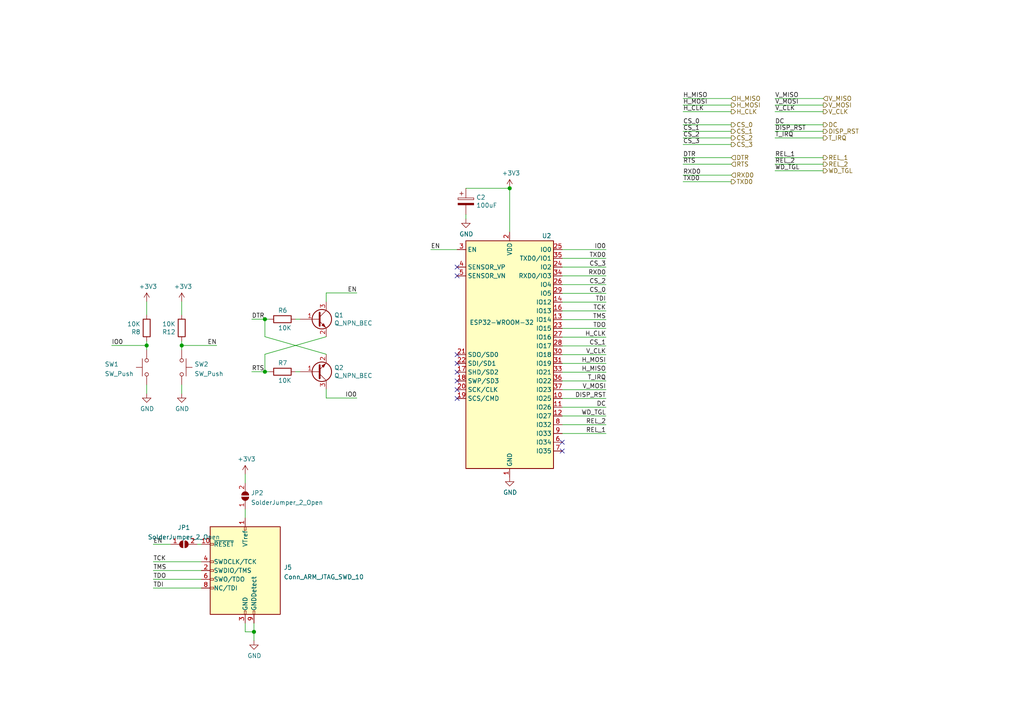
<source format=kicad_sch>
(kicad_sch (version 20210621) (generator eeschema)
  (paper "A4")
  (lib_symbols
    (symbol "Connector:Conn_ARM_JTAG_SWD_10" (pin_names (offset 1.016))
      (property "Reference" "J" (at -2.54 16.51 0))
      (property "Value" "Conn_ARM_JTAG_SWD_10" (at -2.54 13.97 0))
      (symbol "Conn_ARM_JTAG_SWD_10_0_1"
        (rectangle (start -2.794 -12.7) (end -2.286 -11.684))
        (rectangle (start -0.254 -12.7) (end 0.254 -11.684))
        (rectangle (start -0.254 12.7) (end 0.254 11.684))
        (rectangle (start 9.144 2.286) (end 10.16 2.794))
        (rectangle (start 10.16 -2.794) (end 9.144 -2.286))
        (rectangle (start 10.16 -0.254) (end 9.144 0.254))
        (rectangle (start 10.16 7.874) (end 9.144 7.366))
        (rectangle (start -10.16 12.7) (end 10.16 -12.7) (stroke (width 0.254)) (fill (type background)))
      )
      (symbol "Conn_ARM_JTAG_SWD_10_1_1"
        (rectangle (start 9.144 -5.334) (end 10.16 -4.826))
        (pin power_in line (at 0 15.24 270) (length 2.54) (name "VTref") (number "1"))
        (pin open_collector line (at 12.7 7.62 180) (length 2.54) (name "~{RESET}") (number "10"))
        (pin bidirectional line (at 12.7 0 180) (length 2.54) (name "SWDIO/TMS") (number "2"))
        (pin power_in line (at 0 -15.24 90) (length 2.54) (name "GND") (number "3"))
        (pin output line (at 12.7 2.54 180) (length 2.54) (name "SWDCLK/TCK") (number "4"))
        (pin passive line (at 0 -15.24 90) (length 2.54) hide (name "GND") (number "5"))
        (pin input line (at 12.7 -2.54 180) (length 2.54) (name "SWO/TDO") (number "6"))
        (pin no_connect line (at -10.16 0 0) (length 2.54) hide (name "KEY") (number "7"))
        (pin output line (at 12.7 -5.08 180) (length 2.54) (name "NC/TDI") (number "8"))
        (pin passive line (at -2.54 -15.24 90) (length 2.54) (name "GNDDetect") (number "9"))
      )
    )
    (symbol "Device:CP" (pin_numbers hide) (pin_names (offset 0.254))
      (property "Reference" "C" (at 0.635 2.54 0))
      (property "Value" "CP" (at 0.635 -2.54 0))
      (symbol "CP_0_1"
        (rectangle (start -2.286 0.508) (end 2.286 1.016))
        (rectangle (start 2.286 -0.508) (end -2.286 -1.016) (fill (type outline)))
        (polyline (pts (xy -1.778 2.286) (xy -0.762 2.286)))
        (polyline (pts (xy -1.27 2.794) (xy -1.27 1.778)))
      )
      (symbol "CP_1_1"
        (pin passive line (at 0 3.81 270) (length 2.794) (name "~") (number "1"))
        (pin passive line (at 0 -3.81 90) (length 2.794) (name "~") (number "2"))
      )
    )
    (symbol "Device:Q_NPN_BEC" (pin_names (offset 0) hide)
      (property "Reference" "Q" (at 5.08 1.27 0))
      (property "Value" "Q_NPN_BEC" (at 5.08 -1.27 0))
      (symbol "Q_NPN_BEC_0_1"
        (circle (center 1.27 0) (radius 2.8194) (stroke (width 0.254)))
        (polyline (pts (xy 0.635 0.635) (xy 2.54 2.54)))
        (polyline (pts (xy 0.635 -0.635) (xy 2.54 -2.54) (xy 2.54 -2.54)))
        (polyline (pts (xy 0.635 1.905) (xy 0.635 -1.905) (xy 0.635 -1.905)) (stroke (width 0.508)))
        (polyline (pts (xy 1.27 -1.778) (xy 1.778 -1.27) (xy 2.286 -2.286) (xy 1.27 -1.778) (xy 1.27 -1.778)) (fill (type outline)))
      )
      (symbol "Q_NPN_BEC_1_1"
        (pin input line (at -5.08 0 0) (length 5.715) (name "B") (number "1"))
        (pin passive line (at 2.54 -5.08 90) (length 2.54) (name "E") (number "2"))
        (pin passive line (at 2.54 5.08 270) (length 2.54) (name "C") (number "3"))
      )
    )
    (symbol "Device:R" (pin_numbers hide) (pin_names (offset 0))
      (property "Reference" "R" (at 2.032 0 90))
      (property "Value" "R" (at 0 0 90))
      (symbol "R_0_1"
        (rectangle (start -1.016 -2.54) (end 1.016 2.54) (stroke (width 0.254)))
      )
      (symbol "R_1_1"
        (pin passive line (at 0 3.81 270) (length 1.27) (name "~") (number "1"))
        (pin passive line (at 0 -3.81 90) (length 1.27) (name "~") (number "2"))
      )
    )
    (symbol "Jumper:SolderJumper_2_Open" (pin_names (offset 0) hide)
      (property "Reference" "JP" (at 0 2.032 0))
      (property "Value" "SolderJumper_2_Open" (at 0 -2.54 0))
      (symbol "SolderJumper_2_Open_0_1"
        (arc (start -0.254 1.016) (end -0.254 -1.016) (radius (at -0.254 0) (length 1.016) (angles 90.1 -90.1)))
        (arc (start 0.254 -1.016) (end 0.254 1.016) (radius (at 0.254 0) (length 1.016) (angles -89.9 89.9)))
        (arc (start -0.254 1.016) (end -0.254 -1.016) (radius (at -0.254 0) (length 1.016) (angles 90.1 -90.1)) (fill (type outline)))
        (arc (start 0.254 -1.016) (end 0.254 1.016) (radius (at 0.254 0) (length 1.016) (angles -89.9 89.9)) (fill (type outline)))
        (polyline (pts (xy -0.254 1.016) (xy -0.254 -1.016)))
        (polyline (pts (xy 0.254 1.016) (xy 0.254 -1.016)))
      )
      (symbol "SolderJumper_2_Open_1_1"
        (pin passive line (at -3.81 0 0) (length 2.54) (name "A") (number "1"))
        (pin passive line (at 3.81 0 180) (length 2.54) (name "B") (number "2"))
      )
    )
    (symbol "RF_Module:ESP32-WROOM-32"
      (property "Reference" "U" (at -12.7 34.29 0))
      (property "Value" "ESP32-WROOM-32" (at 1.27 34.29 0))
      (symbol "ESP32-WROOM-32_0_1"
        (rectangle (start -12.7 33.02) (end 12.7 -33.02) (stroke (width 0.254)) (fill (type background)))
      )
      (symbol "ESP32-WROOM-32_1_1"
        (pin power_in line (at 0 -35.56 90) (length 2.54) (name "GND") (number "1"))
        (pin bidirectional line (at 15.24 -12.7 180) (length 2.54) (name "IO25") (number "10"))
        (pin bidirectional line (at 15.24 -15.24 180) (length 2.54) (name "IO26") (number "11"))
        (pin bidirectional line (at 15.24 -17.78 180) (length 2.54) (name "IO27") (number "12"))
        (pin bidirectional line (at 15.24 10.16 180) (length 2.54) (name "IO14") (number "13"))
        (pin bidirectional line (at 15.24 15.24 180) (length 2.54) (name "IO12") (number "14"))
        (pin passive line (at 0 -35.56 90) (length 2.54) hide (name "GND") (number "15"))
        (pin bidirectional line (at 15.24 12.7 180) (length 2.54) (name "IO13") (number "16"))
        (pin bidirectional line (at -15.24 -5.08 0) (length 2.54) (name "SHD/SD2") (number "17"))
        (pin bidirectional line (at -15.24 -7.62 0) (length 2.54) (name "SWP/SD3") (number "18"))
        (pin bidirectional line (at -15.24 -12.7 0) (length 2.54) (name "SCS/CMD") (number "19"))
        (pin power_in line (at 0 35.56 270) (length 2.54) (name "VDD") (number "2"))
        (pin bidirectional line (at -15.24 -10.16 0) (length 2.54) (name "SCK/CLK") (number "20"))
        (pin bidirectional line (at -15.24 0 0) (length 2.54) (name "SDO/SD0") (number "21"))
        (pin bidirectional line (at -15.24 -2.54 0) (length 2.54) (name "SDI/SD1") (number "22"))
        (pin bidirectional line (at 15.24 7.62 180) (length 2.54) (name "IO15") (number "23"))
        (pin bidirectional line (at 15.24 25.4 180) (length 2.54) (name "IO2") (number "24"))
        (pin bidirectional line (at 15.24 30.48 180) (length 2.54) (name "IO0") (number "25"))
        (pin bidirectional line (at 15.24 20.32 180) (length 2.54) (name "IO4") (number "26"))
        (pin bidirectional line (at 15.24 5.08 180) (length 2.54) (name "IO16") (number "27"))
        (pin bidirectional line (at 15.24 2.54 180) (length 2.54) (name "IO17") (number "28"))
        (pin bidirectional line (at 15.24 17.78 180) (length 2.54) (name "IO5") (number "29"))
        (pin input line (at -15.24 30.48 0) (length 2.54) (name "EN") (number "3"))
        (pin bidirectional line (at 15.24 0 180) (length 2.54) (name "IO18") (number "30"))
        (pin bidirectional line (at 15.24 -2.54 180) (length 2.54) (name "IO19") (number "31"))
        (pin no_connect line (at -12.7 -27.94 0) (length 2.54) hide (name "NC") (number "32"))
        (pin bidirectional line (at 15.24 -5.08 180) (length 2.54) (name "IO21") (number "33"))
        (pin bidirectional line (at 15.24 22.86 180) (length 2.54) (name "RXD0/IO3") (number "34"))
        (pin bidirectional line (at 15.24 27.94 180) (length 2.54) (name "TXD0/IO1") (number "35"))
        (pin bidirectional line (at 15.24 -7.62 180) (length 2.54) (name "IO22") (number "36"))
        (pin bidirectional line (at 15.24 -10.16 180) (length 2.54) (name "IO23") (number "37"))
        (pin passive line (at 0 -35.56 90) (length 2.54) hide (name "GND") (number "38"))
        (pin passive line (at 0 -35.56 90) (length 2.54) hide (name "GND") (number "39"))
        (pin input line (at -15.24 25.4 0) (length 2.54) (name "SENSOR_VP") (number "4"))
        (pin input line (at -15.24 22.86 0) (length 2.54) (name "SENSOR_VN") (number "5"))
        (pin input line (at 15.24 -25.4 180) (length 2.54) (name "IO34") (number "6"))
        (pin input line (at 15.24 -27.94 180) (length 2.54) (name "IO35") (number "7"))
        (pin bidirectional line (at 15.24 -20.32 180) (length 2.54) (name "IO32") (number "8"))
        (pin bidirectional line (at 15.24 -22.86 180) (length 2.54) (name "IO33") (number "9"))
      )
    )
    (symbol "Switch:SW_Push" (pin_numbers hide) (pin_names (offset 1.016) hide)
      (property "Reference" "SW" (at 1.27 2.54 0))
      (property "Value" "SW_Push" (at 0 -1.524 0))
      (symbol "SW_Push_0_1"
        (circle (center -2.032 0) (radius 0.508))
        (circle (center 2.032 0) (radius 0.508))
        (polyline (pts (xy 0 1.27) (xy 0 3.048)))
        (polyline (pts (xy 2.54 1.27) (xy -2.54 1.27)))
        (pin passive line (at -5.08 0 0) (length 2.54) (name "1") (number "1"))
        (pin passive line (at 5.08 0 180) (length 2.54) (name "2") (number "2"))
      )
    )
    (symbol "power:+3.3V" (power) (pin_names (offset 0))
      (property "Value" "+3.3V" (at 0 3.556 0))
      (symbol "+3.3V_0_1"
        (polyline (pts (xy -0.762 1.27) (xy 0 2.54)))
        (polyline (pts (xy 0 0) (xy 0 2.54)))
        (polyline (pts (xy 0 2.54) (xy 0.762 1.27)))
      )
      (symbol "+3.3V_1_1"
        (pin power_in line (at 0 0 90) (length 0) hide (name "+3V3") (number "1"))
      )
    )
    (symbol "power:GND" (power) (pin_names (offset 0))
      (property "Value" "GND" (at 0 -3.81 0))
      (symbol "GND_0_1"
        (polyline (pts (xy 0 0) (xy 0 -1.27) (xy 1.27 -1.27) (xy 0 -2.54) (xy -1.27 -1.27) (xy 0 -1.27)))
      )
      (symbol "GND_1_1"
        (pin power_in line (at 0 0 270) (length 0) hide (name "GND") (number "1"))
      )
    )
  )
  (junction (at 42.545 100.203) (diameter 1.016))
  (junction (at 52.705 100.203) (diameter 1.016))
  (junction (at 73.66 183.261) (diameter 1.016))
  (junction (at 76.835 92.583) (diameter 1.016))
  (junction (at 76.835 107.823) (diameter 1.016))
  (junction (at 147.828 54.61) (diameter 1.016))
  (no_connect (at 132.588 77.47))
  (no_connect (at 132.588 80.01))
  (no_connect (at 132.588 102.87))
  (no_connect (at 132.588 105.41))
  (no_connect (at 132.588 107.95))
  (no_connect (at 132.588 110.49))
  (no_connect (at 132.588 113.03))
  (no_connect (at 132.588 115.57))
  (no_connect (at 163.068 128.27))
  (no_connect (at 163.068 130.81))
  (wire (pts (xy 42.545 87.503) (xy 42.545 91.313)))
  (wire (pts (xy 42.545 98.933) (xy 42.545 100.203)))
  (wire (pts (xy 42.545 100.203) (xy 32.385 100.203)))
  (wire (pts (xy 42.545 100.203) (xy 42.545 101.473)))
  (wire (pts (xy 42.545 111.633) (xy 42.545 114.173)))
  (wire (pts (xy 44.45 157.861) (xy 49.53 157.861)))
  (wire (pts (xy 44.45 162.941) (xy 58.42 162.941)))
  (wire (pts (xy 44.45 165.481) (xy 58.42 165.481)))
  (wire (pts (xy 44.45 168.021) (xy 58.42 168.021)))
  (wire (pts (xy 44.45 170.561) (xy 58.42 170.561)))
  (wire (pts (xy 52.705 87.503) (xy 52.705 91.313)))
  (wire (pts (xy 52.705 98.933) (xy 52.705 100.203)))
  (wire (pts (xy 52.705 100.203) (xy 52.705 101.473)))
  (wire (pts (xy 52.705 100.203) (xy 62.865 100.203)))
  (wire (pts (xy 52.705 111.633) (xy 52.705 114.173)))
  (wire (pts (xy 57.15 157.861) (xy 58.42 157.861)))
  (wire (pts (xy 71.12 137.541) (xy 71.12 140.081)))
  (wire (pts (xy 71.12 147.701) (xy 71.12 150.241)))
  (wire (pts (xy 71.12 180.721) (xy 71.12 183.261)))
  (wire (pts (xy 71.12 183.261) (xy 73.66 183.261)))
  (wire (pts (xy 73.66 180.721) (xy 73.66 183.261)))
  (wire (pts (xy 73.66 183.261) (xy 73.66 185.801)))
  (wire (pts (xy 76.835 92.583) (xy 73.025 92.583)))
  (wire (pts (xy 76.835 92.583) (xy 76.835 97.663)))
  (wire (pts (xy 76.835 97.663) (xy 94.615 102.743)))
  (wire (pts (xy 76.835 102.743) (xy 76.835 107.823)))
  (wire (pts (xy 76.835 107.823) (xy 73.025 107.823)))
  (wire (pts (xy 78.105 92.583) (xy 76.835 92.583)))
  (wire (pts (xy 78.105 107.823) (xy 76.835 107.823)))
  (wire (pts (xy 85.725 92.583) (xy 86.995 92.583)))
  (wire (pts (xy 86.995 107.823) (xy 85.725 107.823)))
  (wire (pts (xy 94.615 84.963) (xy 103.505 84.963)))
  (wire (pts (xy 94.615 87.503) (xy 94.615 84.963)))
  (wire (pts (xy 94.615 97.663) (xy 76.835 102.743)))
  (wire (pts (xy 94.615 112.903) (xy 94.615 115.443)))
  (wire (pts (xy 94.615 115.443) (xy 103.505 115.443)))
  (wire (pts (xy 124.968 72.39) (xy 132.588 72.39)))
  (wire (pts (xy 135.128 54.61) (xy 147.828 54.61)))
  (wire (pts (xy 135.128 62.23) (xy 135.128 63.5)))
  (wire (pts (xy 147.828 67.31) (xy 147.828 54.61)))
  (wire (pts (xy 163.068 72.39) (xy 175.768 72.39)))
  (wire (pts (xy 163.068 74.93) (xy 175.768 74.93)))
  (wire (pts (xy 163.068 77.47) (xy 175.768 77.47)))
  (wire (pts (xy 163.068 80.01) (xy 175.768 80.01)))
  (wire (pts (xy 163.068 82.55) (xy 175.768 82.55)))
  (wire (pts (xy 163.068 85.09) (xy 175.768 85.09)))
  (wire (pts (xy 163.068 87.63) (xy 175.768 87.63)))
  (wire (pts (xy 163.068 90.17) (xy 175.768 90.17)))
  (wire (pts (xy 163.068 92.71) (xy 175.768 92.71)))
  (wire (pts (xy 163.068 95.25) (xy 175.768 95.25)))
  (wire (pts (xy 163.068 97.79) (xy 175.768 97.79)))
  (wire (pts (xy 163.068 100.33) (xy 175.768 100.33)))
  (wire (pts (xy 163.068 102.87) (xy 175.768 102.87)))
  (wire (pts (xy 163.068 105.41) (xy 175.768 105.41)))
  (wire (pts (xy 163.068 107.95) (xy 175.768 107.95)))
  (wire (pts (xy 163.068 110.49) (xy 175.768 110.49)))
  (wire (pts (xy 163.068 113.03) (xy 175.768 113.03)))
  (wire (pts (xy 163.068 115.57) (xy 175.768 115.57)))
  (wire (pts (xy 163.068 118.11) (xy 175.768 118.11)))
  (wire (pts (xy 163.068 120.65) (xy 175.768 120.65)))
  (wire (pts (xy 163.068 123.19) (xy 175.768 123.19)))
  (wire (pts (xy 163.068 125.73) (xy 175.768 125.73)))
  (wire (pts (xy 198.12 28.575) (xy 212.09 28.575)))
  (wire (pts (xy 198.12 30.48) (xy 212.09 30.48)))
  (wire (pts (xy 198.12 32.385) (xy 212.09 32.385)))
  (wire (pts (xy 198.12 36.195) (xy 212.09 36.195)))
  (wire (pts (xy 198.12 38.1) (xy 212.09 38.1)))
  (wire (pts (xy 198.12 40.005) (xy 212.09 40.005)))
  (wire (pts (xy 198.12 41.91) (xy 212.09 41.91)))
  (wire (pts (xy 198.12 45.72) (xy 212.09 45.72)))
  (wire (pts (xy 198.12 47.625) (xy 212.09 47.625)))
  (wire (pts (xy 198.12 50.8) (xy 212.09 50.8)))
  (wire (pts (xy 198.12 52.705) (xy 212.09 52.705)))
  (wire (pts (xy 224.79 28.575) (xy 238.76 28.575)))
  (wire (pts (xy 224.79 30.48) (xy 238.76 30.48)))
  (wire (pts (xy 224.79 32.385) (xy 238.76 32.385)))
  (wire (pts (xy 224.79 36.195) (xy 238.76 36.195)))
  (wire (pts (xy 224.79 38.1) (xy 238.76 38.1)))
  (wire (pts (xy 224.79 40.005) (xy 238.76 40.005)))
  (wire (pts (xy 224.79 45.72) (xy 238.76 45.72)))
  (wire (pts (xy 224.79 47.625) (xy 238.76 47.625)))
  (wire (pts (xy 224.79 49.53) (xy 238.76 49.53)))
  (text "${SHEETNAME}" (at 18.669 28.702 0) (effects (font (size 6 6) (thickness 1.2) bold) (justify left bottom)))
  (label "IO0" (at 32.385 100.203 0))
  (label "EN" (at 44.45 157.861 0))
  (label "TCK" (at 44.45 162.941 0))
  (label "TMS" (at 44.45 165.481 0))
  (label "TDO" (at 44.45 168.021 0))
  (label "TDI" (at 44.45 170.561 0))
  (label "EN" (at 62.865 100.203 180))
  (label "DTR" (at 73.025 92.583 0))
  (label "RTS" (at 73.025 107.823 0))
  (label "EN" (at 103.505 84.963 180))
  (label "IO0" (at 103.505 115.443 180))
  (label "EN" (at 124.968 72.39 0))
  (label "IO0" (at 175.768 72.39 180))
  (label "TXD0" (at 175.768 74.93 180))
  (label "CS_3" (at 175.768 77.47 180))
  (label "RXD0" (at 175.768 80.01 180))
  (label "CS_2" (at 175.768 82.55 180))
  (label "CS_0" (at 175.768 85.09 180))
  (label "TDI" (at 175.768 87.63 180))
  (label "TCK" (at 175.768 90.17 180))
  (label "TMS" (at 175.768 92.71 180))
  (label "TDO" (at 175.768 95.25 180))
  (label "H_CLK" (at 175.768 97.79 180))
  (label "CS_1" (at 175.768 100.33 180))
  (label "V_CLK" (at 175.768 102.87 180))
  (label "H_MOSI" (at 175.768 105.41 180))
  (label "H_MISO" (at 175.768 107.95 180))
  (label "T_IRQ" (at 175.768 110.49 180))
  (label "V_MOSI" (at 175.768 113.03 180))
  (label "DISP_RST" (at 175.768 115.57 180))
  (label "DC" (at 175.768 118.11 180))
  (label "WD_TGL" (at 175.768 120.65 180))
  (label "REL_2" (at 175.768 123.19 180))
  (label "REL_1" (at 175.768 125.73 180))
  (label "H_MISO" (at 198.12 28.575 0))
  (label "H_MOSI" (at 198.12 30.48 0))
  (label "H_CLK" (at 198.12 32.385 0))
  (label "CS_0" (at 198.12 36.195 0))
  (label "CS_1" (at 198.12 38.1 0))
  (label "CS_2" (at 198.12 40.005 0))
  (label "CS_3" (at 198.12 41.91 0))
  (label "DTR" (at 198.12 45.72 0))
  (label "RTS" (at 198.12 47.625 0))
  (label "RXD0" (at 198.12 50.8 0))
  (label "TXD0" (at 198.12 52.705 0))
  (label "V_MISO" (at 224.79 28.575 0))
  (label "V_MOSI" (at 224.79 30.48 0))
  (label "V_CLK" (at 224.79 32.385 0))
  (label "DC" (at 224.79 36.195 0))
  (label "DISP_RST" (at 224.79 38.1 0))
  (label "T_IRQ" (at 224.79 40.005 0))
  (label "REL_1" (at 224.79 45.72 0))
  (label "REL_2" (at 224.79 47.625 0))
  (label "WD_TGL" (at 224.79 49.53 0))
  (hierarchical_label "H_MISO" (shape input) (at 212.09 28.575 0))
  (hierarchical_label "H_MOSI" (shape output) (at 212.09 30.48 0))
  (hierarchical_label "H_CLK" (shape output) (at 212.09 32.385 0))
  (hierarchical_label "CS_0" (shape output) (at 212.09 36.195 0))
  (hierarchical_label "CS_1" (shape output) (at 212.09 38.1 0))
  (hierarchical_label "CS_2" (shape output) (at 212.09 40.005 0))
  (hierarchical_label "CS_3" (shape output) (at 212.09 41.91 0))
  (hierarchical_label "DTR" (shape input) (at 212.09 45.72 0))
  (hierarchical_label "RTS" (shape input) (at 212.09 47.625 0))
  (hierarchical_label "RXD0" (shape input) (at 212.09 50.8 0))
  (hierarchical_label "TXD0" (shape output) (at 212.09 52.705 0))
  (hierarchical_label "V_MISO" (shape input) (at 238.76 28.575 0))
  (hierarchical_label "V_MOSI" (shape output) (at 238.76 30.48 0))
  (hierarchical_label "V_CLK" (shape output) (at 238.76 32.385 0))
  (hierarchical_label "DC" (shape output) (at 238.76 36.195 0))
  (hierarchical_label "DISP_RST" (shape output) (at 238.76 38.1 0))
  (hierarchical_label "T_IRQ" (shape output) (at 238.76 40.005 0))
  (hierarchical_label "REL_1" (shape output) (at 238.76 45.72 0))
  (hierarchical_label "REL_2" (shape output) (at 238.76 47.625 0))
  (hierarchical_label "WD_TGL" (shape output) (at 238.76 49.53 0))
  (symbol (lib_id "power:+3.3V") (at 42.545 87.503 0) (unit 1)
    (property "Reference" "#PWR0116" (effects hide))
    (property "Value" "+3.3V" (at 42.926 83.1088 0))
  )
  (symbol (lib_id "power:+3.3V") (at 52.705 87.503 0) (unit 1)
    (property "Reference" "#PWR0118" (effects hide))
    (property "Value" "+3.3V" (at 53.086 83.1088 0))
  )
  (symbol (lib_id "power:+3.3V") (at 71.12 137.541 0) (unit 1)
    (property "Reference" "#PWR0129" (effects hide))
    (property "Value" "+3.3V" (at 71.501 133.1468 0))
  )
  (symbol (lib_id "power:+3.3V") (at 147.828 54.61 0) (unit 1)
    (property "Reference" "#PWR0102" (effects hide))
    (property "Value" "+3.3V" (at 148.209 50.2158 0))
  )
  (symbol (lib_id "power:GND") (at 42.545 114.173 0) (unit 1)
    (property "Reference" "#PWR0117" (effects hide))
    (property "Value" "GND" (at 42.672 118.5672 0))
  )
  (symbol (lib_id "power:GND") (at 52.705 114.173 0) (unit 1)
    (property "Reference" "#PWR0119" (effects hide))
    (property "Value" "GND" (at 52.832 118.5672 0))
  )
  (symbol (lib_id "power:GND") (at 73.66 185.801 0) (unit 1)
    (property "Reference" "#PWR0130" (effects hide))
    (property "Value" "GND" (at 73.787 190.1952 0))
  )
  (symbol (lib_id "power:GND") (at 135.128 63.5 0) (unit 1)
    (property "Reference" "#PWR0103" (effects hide))
    (property "Value" "GND" (at 135.255 67.8942 0))
  )
  (symbol (lib_id "power:GND") (at 147.828 138.43 0) (unit 1)
    (property "Reference" "#PWR0101" (effects hide))
    (property "Value" "GND" (at 147.955 142.8242 0))
  )
  (symbol (lib_id "Jumper:SolderJumper_2_Open") (at 53.34 157.861 0) (unit 1)
    (property "Reference" "JP1" (at 53.34 153.0054 0))
    (property "Value" "SolderJumper_2_Open" (at 53.34 155.7805 0))
  )
  (symbol (lib_id "Jumper:SolderJumper_2_Open") (at 71.12 143.891 90) (unit 1)
    (property "Reference" "JP2" (at 72.7711 142.9825 90) (effects (justify right)))
    (property "Value" "SolderJumper_2_Open" (at 72.7711 145.7576 90) (effects (justify right)))
  )
  (symbol (lib_id "Device:R") (at 42.545 95.123 0) (unit 1)
    (property "Reference" "R8" (at 40.767 96.2914 0) (effects (justify right)))
    (property "Value" "10K" (at 40.767 93.98 0) (effects (justify right)))
    (property "Footprint" "Resistor_SMD:R_0805_2012Metric" (effects hide))
  )
  (symbol (lib_id "Device:R") (at 52.705 95.123 0) (unit 1)
    (property "Reference" "R12" (at 50.927 96.2914 0) (effects (justify right)))
    (property "Value" "10K" (at 50.927 93.98 0) (effects (justify right)))
    (property "Footprint" "Resistor_SMD:R_0805_2012Metric" (effects hide))
  )
  (symbol (lib_id "Device:R") (at 81.915 92.583 90) (unit 1)
    (property "Reference" "R6" (at 80.645 90.043 90) (effects (justify right)))
    (property "Value" "10K" (at 80.645 95.123 90) (effects (justify right)))
    (property "Footprint" "Resistor_SMD:R_0805_2012Metric" (effects hide))
  )
  (symbol (lib_id "Device:R") (at 81.915 107.823 90) (unit 1)
    (property "Reference" "R7" (at 80.645 105.283 90) (effects (justify right)))
    (property "Value" "10K" (at 80.645 110.363 90) (effects (justify right)))
    (property "Footprint" "Resistor_SMD:R_0805_2012Metric" (effects hide))
  )
  (symbol (lib_id "Device:CP") (at 135.128 58.42 0) (unit 1)
    (property "Reference" "C2" (at 138.1252 57.2516 0) (effects (justify left)))
    (property "Value" "100uF" (at 138.1252 59.563 0) (effects (justify left)))
    (property "Footprint" "Capacitor_Tantalum_SMD:CP_EIA-3528-12_Kemet-T" (effects hide))
  )
  (symbol (lib_id "Switch:SW_Push") (at 42.545 106.553 90) (mirror x) (unit 1)
    (property "Reference" "SW1" (at 30.3531 105.6445 90) (effects (justify right)))
    (property "Value" "SW_Push" (at 30.3531 108.4196 90) (effects (justify right)))
  )
  (symbol (lib_id "Switch:SW_Push") (at 52.705 106.553 270) (unit 1)
    (property "Reference" "SW2" (at 56.3881 105.6445 90) (effects (justify left)))
    (property "Value" "SW_Push" (at 56.3881 108.4196 90) (effects (justify left)))
  )
  (symbol (lib_id "Device:Q_NPN_BEC") (at 92.075 92.583 0) (unit 1)
    (property "Reference" "Q1" (at 96.9264 91.4146 0) (effects (justify left)))
    (property "Value" "Q_NPN_BEC" (at 96.9264 93.726 0) (effects (justify left)))
    (property "Footprint" "Package_TO_SOT_SMD:SOT-23" (effects hide))
  )
  (symbol (lib_id "Device:Q_NPN_BEC") (at 92.075 107.823 0) (mirror x) (unit 1)
    (property "Reference" "Q2" (at 96.9264 106.6546 0) (effects (justify left)))
    (property "Value" "Q_NPN_BEC" (at 96.9264 108.966 0) (effects (justify left)))
    (property "Footprint" "Package_TO_SOT_SMD:SOT-23" (effects hide))
  )
  (symbol (lib_id "Connector:Conn_ARM_JTAG_SWD_10") (at 71.12 165.481 0) (mirror y) (unit 1)
    (property "Reference" "J5" (at 82.2961 164.5725 0) (effects (justify right)))
    (property "Value" "Conn_ARM_JTAG_SWD_10" (at 82.2961 167.3476 0) (effects (justify right)))
    (property "Datasheet" "http://infocenter.arm.com/help/topic/com.arm.doc.ddi0314h/DDI0314H_coresight_components_trm.pdf" (effects hide))
  )
  (symbol (lib_id "RF_Module:ESP32-WROOM-32") (at 147.828 102.87 0) (unit 1)
    (property "Reference" "U2" (at 158.5468 68.4022 0))
    (property "Value" "ESP32-WROOM-32" (at 145.542 93.5228 0))
    (property "Footprint" "RF_Module:ESP32-WROOM-32" (effects hide))
    (property "Datasheet" "https://www.espressif.com/sites/default/files/documentation/esp32-wroom-32_datasheet_en.pdf" (effects hide))
  )
)
</source>
